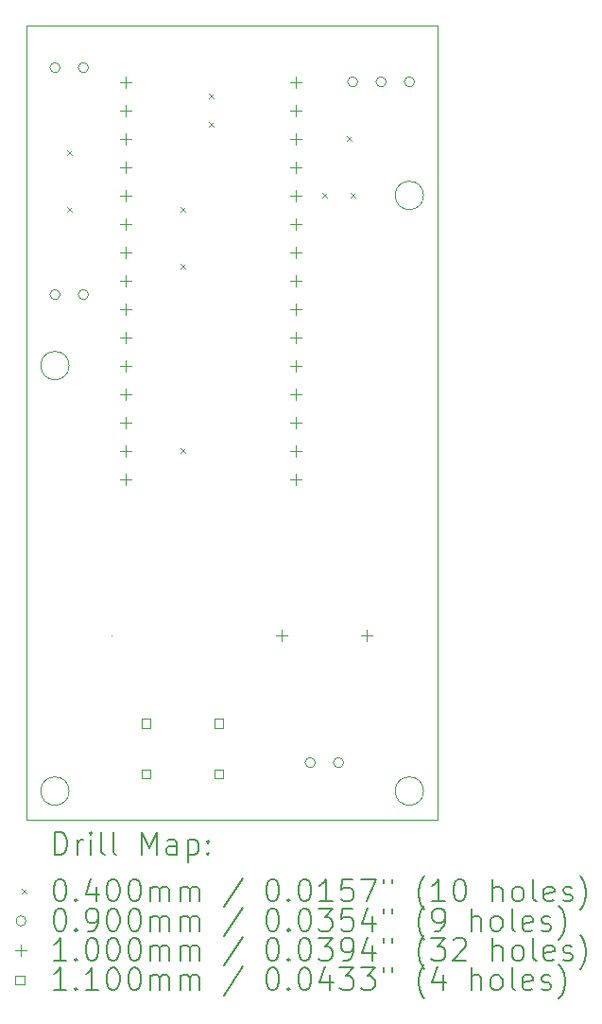
<source format=gbr>
%FSLAX45Y45*%
G04 Gerber Fmt 4.5, Leading zero omitted, Abs format (unit mm)*
G04 Created by KiCad (PCBNEW 6.0.1-79c1e3a40b~116~ubuntu20.04.1) date 2022-02-01 23:30:45*
%MOMM*%
%LPD*%
G01*
G04 APERTURE LIST*
%TA.AperFunction,Profile*%
%ADD10C,0.100000*%
%TD*%
%ADD11C,0.200000*%
%ADD12C,0.040000*%
%ADD13C,0.090000*%
%ADD14C,0.100000*%
%ADD15C,0.110000*%
G04 APERTURE END LIST*
D10*
X10287000Y-8001000D02*
X13970000Y-8001000D01*
X10668000Y-14859000D02*
G75*
G03*
X10668000Y-14859000I-127000J0D01*
G01*
X13970000Y-8001000D02*
X13970000Y-15113000D01*
X13970000Y-15113000D02*
X10287000Y-15113000D01*
X13843000Y-9525000D02*
G75*
G03*
X13843000Y-9525000I-127000J0D01*
G01*
X10287000Y-15113000D02*
X10287000Y-8001000D01*
X10668000Y-11049000D02*
G75*
G03*
X10668000Y-11049000I-127000J0D01*
G01*
X11049000Y-13462000D02*
G75*
G03*
X11049000Y-13462000I0J0D01*
G01*
X13843000Y-14859000D02*
G75*
G03*
X13843000Y-14859000I-127000J0D01*
G01*
D11*
D12*
X10648000Y-9124000D02*
X10688000Y-9164000D01*
X10688000Y-9124000D02*
X10648000Y-9164000D01*
X10648000Y-9632000D02*
X10688000Y-9672000D01*
X10688000Y-9632000D02*
X10648000Y-9672000D01*
X11664000Y-9632000D02*
X11704000Y-9672000D01*
X11704000Y-9632000D02*
X11664000Y-9672000D01*
X11664000Y-10140000D02*
X11704000Y-10180000D01*
X11704000Y-10140000D02*
X11664000Y-10180000D01*
X11664000Y-11791000D02*
X11704000Y-11831000D01*
X11704000Y-11791000D02*
X11664000Y-11831000D01*
X11918000Y-8616000D02*
X11958000Y-8656000D01*
X11958000Y-8616000D02*
X11918000Y-8656000D01*
X11918000Y-8870000D02*
X11958000Y-8910000D01*
X11958000Y-8870000D02*
X11918000Y-8910000D01*
X12934000Y-9505000D02*
X12974000Y-9545000D01*
X12974000Y-9505000D02*
X12934000Y-9545000D01*
X13156000Y-8997000D02*
X13196000Y-9037000D01*
X13196000Y-8997000D02*
X13156000Y-9037000D01*
X13188000Y-9505000D02*
X13228000Y-9545000D01*
X13228000Y-9505000D02*
X13188000Y-9545000D01*
D13*
X10586000Y-8382000D02*
G75*
G03*
X10586000Y-8382000I-45000J0D01*
G01*
X10586000Y-10414000D02*
G75*
G03*
X10586000Y-10414000I-45000J0D01*
G01*
X10840000Y-8382000D02*
G75*
G03*
X10840000Y-8382000I-45000J0D01*
G01*
X10840000Y-10414000D02*
G75*
G03*
X10840000Y-10414000I-45000J0D01*
G01*
X12872000Y-14605000D02*
G75*
G03*
X12872000Y-14605000I-45000J0D01*
G01*
X13126000Y-14605000D02*
G75*
G03*
X13126000Y-14605000I-45000J0D01*
G01*
X13253000Y-8509000D02*
G75*
G03*
X13253000Y-8509000I-45000J0D01*
G01*
X13507000Y-8509000D02*
G75*
G03*
X13507000Y-8509000I-45000J0D01*
G01*
X13761000Y-8509000D02*
G75*
G03*
X13761000Y-8509000I-45000J0D01*
G01*
D14*
X11176000Y-8459000D02*
X11176000Y-8559000D01*
X11126000Y-8509000D02*
X11226000Y-8509000D01*
X11176000Y-8713000D02*
X11176000Y-8813000D01*
X11126000Y-8763000D02*
X11226000Y-8763000D01*
X11176000Y-8967000D02*
X11176000Y-9067000D01*
X11126000Y-9017000D02*
X11226000Y-9017000D01*
X11176000Y-9221000D02*
X11176000Y-9321000D01*
X11126000Y-9271000D02*
X11226000Y-9271000D01*
X11176000Y-9475000D02*
X11176000Y-9575000D01*
X11126000Y-9525000D02*
X11226000Y-9525000D01*
X11176000Y-9729000D02*
X11176000Y-9829000D01*
X11126000Y-9779000D02*
X11226000Y-9779000D01*
X11176000Y-9983000D02*
X11176000Y-10083000D01*
X11126000Y-10033000D02*
X11226000Y-10033000D01*
X11176000Y-10237000D02*
X11176000Y-10337000D01*
X11126000Y-10287000D02*
X11226000Y-10287000D01*
X11176000Y-10491000D02*
X11176000Y-10591000D01*
X11126000Y-10541000D02*
X11226000Y-10541000D01*
X11176000Y-10745000D02*
X11176000Y-10845000D01*
X11126000Y-10795000D02*
X11226000Y-10795000D01*
X11176000Y-10999000D02*
X11176000Y-11099000D01*
X11126000Y-11049000D02*
X11226000Y-11049000D01*
X11176000Y-11253000D02*
X11176000Y-11353000D01*
X11126000Y-11303000D02*
X11226000Y-11303000D01*
X11176000Y-11507000D02*
X11176000Y-11607000D01*
X11126000Y-11557000D02*
X11226000Y-11557000D01*
X11176000Y-11761000D02*
X11176000Y-11861000D01*
X11126000Y-11811000D02*
X11226000Y-11811000D01*
X11176000Y-12015000D02*
X11176000Y-12115000D01*
X11126000Y-12065000D02*
X11226000Y-12065000D01*
X12574000Y-13412000D02*
X12574000Y-13512000D01*
X12524000Y-13462000D02*
X12624000Y-13462000D01*
X12700000Y-8459000D02*
X12700000Y-8559000D01*
X12650000Y-8509000D02*
X12750000Y-8509000D01*
X12700000Y-8713000D02*
X12700000Y-8813000D01*
X12650000Y-8763000D02*
X12750000Y-8763000D01*
X12700000Y-8967000D02*
X12700000Y-9067000D01*
X12650000Y-9017000D02*
X12750000Y-9017000D01*
X12700000Y-9221000D02*
X12700000Y-9321000D01*
X12650000Y-9271000D02*
X12750000Y-9271000D01*
X12700000Y-9475000D02*
X12700000Y-9575000D01*
X12650000Y-9525000D02*
X12750000Y-9525000D01*
X12700000Y-9729000D02*
X12700000Y-9829000D01*
X12650000Y-9779000D02*
X12750000Y-9779000D01*
X12700000Y-9983000D02*
X12700000Y-10083000D01*
X12650000Y-10033000D02*
X12750000Y-10033000D01*
X12700000Y-10237000D02*
X12700000Y-10337000D01*
X12650000Y-10287000D02*
X12750000Y-10287000D01*
X12700000Y-10491000D02*
X12700000Y-10591000D01*
X12650000Y-10541000D02*
X12750000Y-10541000D01*
X12700000Y-10745000D02*
X12700000Y-10845000D01*
X12650000Y-10795000D02*
X12750000Y-10795000D01*
X12700000Y-10999000D02*
X12700000Y-11099000D01*
X12650000Y-11049000D02*
X12750000Y-11049000D01*
X12700000Y-11253000D02*
X12700000Y-11353000D01*
X12650000Y-11303000D02*
X12750000Y-11303000D01*
X12700000Y-11507000D02*
X12700000Y-11607000D01*
X12650000Y-11557000D02*
X12750000Y-11557000D01*
X12700000Y-11761000D02*
X12700000Y-11861000D01*
X12650000Y-11811000D02*
X12750000Y-11811000D01*
X12700000Y-12015000D02*
X12700000Y-12115000D01*
X12650000Y-12065000D02*
X12750000Y-12065000D01*
X13334000Y-13412000D02*
X13334000Y-13512000D01*
X13284000Y-13462000D02*
X13384000Y-13462000D01*
D15*
X11397891Y-14291891D02*
X11397891Y-14214109D01*
X11320109Y-14214109D01*
X11320109Y-14291891D01*
X11397891Y-14291891D01*
X11397891Y-14741891D02*
X11397891Y-14664109D01*
X11320109Y-14664109D01*
X11320109Y-14741891D01*
X11397891Y-14741891D01*
X12047891Y-14291891D02*
X12047891Y-14214109D01*
X11970109Y-14214109D01*
X11970109Y-14291891D01*
X12047891Y-14291891D01*
X12047891Y-14741891D02*
X12047891Y-14664109D01*
X11970109Y-14664109D01*
X11970109Y-14741891D01*
X12047891Y-14741891D01*
D11*
X10539619Y-15428476D02*
X10539619Y-15228476D01*
X10587238Y-15228476D01*
X10615810Y-15238000D01*
X10634857Y-15257048D01*
X10644381Y-15276095D01*
X10653905Y-15314190D01*
X10653905Y-15342762D01*
X10644381Y-15380857D01*
X10634857Y-15399905D01*
X10615810Y-15418952D01*
X10587238Y-15428476D01*
X10539619Y-15428476D01*
X10739619Y-15428476D02*
X10739619Y-15295143D01*
X10739619Y-15333238D02*
X10749143Y-15314190D01*
X10758667Y-15304667D01*
X10777714Y-15295143D01*
X10796762Y-15295143D01*
X10863429Y-15428476D02*
X10863429Y-15295143D01*
X10863429Y-15228476D02*
X10853905Y-15238000D01*
X10863429Y-15247524D01*
X10872952Y-15238000D01*
X10863429Y-15228476D01*
X10863429Y-15247524D01*
X10987238Y-15428476D02*
X10968190Y-15418952D01*
X10958667Y-15399905D01*
X10958667Y-15228476D01*
X11092000Y-15428476D02*
X11072952Y-15418952D01*
X11063429Y-15399905D01*
X11063429Y-15228476D01*
X11320571Y-15428476D02*
X11320571Y-15228476D01*
X11387238Y-15371333D01*
X11453905Y-15228476D01*
X11453905Y-15428476D01*
X11634857Y-15428476D02*
X11634857Y-15323714D01*
X11625333Y-15304667D01*
X11606286Y-15295143D01*
X11568190Y-15295143D01*
X11549143Y-15304667D01*
X11634857Y-15418952D02*
X11615809Y-15428476D01*
X11568190Y-15428476D01*
X11549143Y-15418952D01*
X11539619Y-15399905D01*
X11539619Y-15380857D01*
X11549143Y-15361809D01*
X11568190Y-15352286D01*
X11615809Y-15352286D01*
X11634857Y-15342762D01*
X11730095Y-15295143D02*
X11730095Y-15495143D01*
X11730095Y-15304667D02*
X11749143Y-15295143D01*
X11787238Y-15295143D01*
X11806286Y-15304667D01*
X11815809Y-15314190D01*
X11825333Y-15333238D01*
X11825333Y-15390381D01*
X11815809Y-15409428D01*
X11806286Y-15418952D01*
X11787238Y-15428476D01*
X11749143Y-15428476D01*
X11730095Y-15418952D01*
X11911048Y-15409428D02*
X11920571Y-15418952D01*
X11911048Y-15428476D01*
X11901524Y-15418952D01*
X11911048Y-15409428D01*
X11911048Y-15428476D01*
X11911048Y-15304667D02*
X11920571Y-15314190D01*
X11911048Y-15323714D01*
X11901524Y-15314190D01*
X11911048Y-15304667D01*
X11911048Y-15323714D01*
D12*
X10242000Y-15738000D02*
X10282000Y-15778000D01*
X10282000Y-15738000D02*
X10242000Y-15778000D01*
D11*
X10577714Y-15648476D02*
X10596762Y-15648476D01*
X10615810Y-15658000D01*
X10625333Y-15667524D01*
X10634857Y-15686571D01*
X10644381Y-15724667D01*
X10644381Y-15772286D01*
X10634857Y-15810381D01*
X10625333Y-15829428D01*
X10615810Y-15838952D01*
X10596762Y-15848476D01*
X10577714Y-15848476D01*
X10558667Y-15838952D01*
X10549143Y-15829428D01*
X10539619Y-15810381D01*
X10530095Y-15772286D01*
X10530095Y-15724667D01*
X10539619Y-15686571D01*
X10549143Y-15667524D01*
X10558667Y-15658000D01*
X10577714Y-15648476D01*
X10730095Y-15829428D02*
X10739619Y-15838952D01*
X10730095Y-15848476D01*
X10720571Y-15838952D01*
X10730095Y-15829428D01*
X10730095Y-15848476D01*
X10911048Y-15715143D02*
X10911048Y-15848476D01*
X10863429Y-15638952D02*
X10815810Y-15781809D01*
X10939619Y-15781809D01*
X11053905Y-15648476D02*
X11072952Y-15648476D01*
X11092000Y-15658000D01*
X11101524Y-15667524D01*
X11111048Y-15686571D01*
X11120571Y-15724667D01*
X11120571Y-15772286D01*
X11111048Y-15810381D01*
X11101524Y-15829428D01*
X11092000Y-15838952D01*
X11072952Y-15848476D01*
X11053905Y-15848476D01*
X11034857Y-15838952D01*
X11025333Y-15829428D01*
X11015810Y-15810381D01*
X11006286Y-15772286D01*
X11006286Y-15724667D01*
X11015810Y-15686571D01*
X11025333Y-15667524D01*
X11034857Y-15658000D01*
X11053905Y-15648476D01*
X11244381Y-15648476D02*
X11263428Y-15648476D01*
X11282476Y-15658000D01*
X11292000Y-15667524D01*
X11301524Y-15686571D01*
X11311048Y-15724667D01*
X11311048Y-15772286D01*
X11301524Y-15810381D01*
X11292000Y-15829428D01*
X11282476Y-15838952D01*
X11263428Y-15848476D01*
X11244381Y-15848476D01*
X11225333Y-15838952D01*
X11215809Y-15829428D01*
X11206286Y-15810381D01*
X11196762Y-15772286D01*
X11196762Y-15724667D01*
X11206286Y-15686571D01*
X11215809Y-15667524D01*
X11225333Y-15658000D01*
X11244381Y-15648476D01*
X11396762Y-15848476D02*
X11396762Y-15715143D01*
X11396762Y-15734190D02*
X11406286Y-15724667D01*
X11425333Y-15715143D01*
X11453905Y-15715143D01*
X11472952Y-15724667D01*
X11482476Y-15743714D01*
X11482476Y-15848476D01*
X11482476Y-15743714D02*
X11492000Y-15724667D01*
X11511048Y-15715143D01*
X11539619Y-15715143D01*
X11558667Y-15724667D01*
X11568190Y-15743714D01*
X11568190Y-15848476D01*
X11663428Y-15848476D02*
X11663428Y-15715143D01*
X11663428Y-15734190D02*
X11672952Y-15724667D01*
X11692000Y-15715143D01*
X11720571Y-15715143D01*
X11739619Y-15724667D01*
X11749143Y-15743714D01*
X11749143Y-15848476D01*
X11749143Y-15743714D02*
X11758667Y-15724667D01*
X11777714Y-15715143D01*
X11806286Y-15715143D01*
X11825333Y-15724667D01*
X11834857Y-15743714D01*
X11834857Y-15848476D01*
X12225333Y-15638952D02*
X12053905Y-15896095D01*
X12482476Y-15648476D02*
X12501524Y-15648476D01*
X12520571Y-15658000D01*
X12530095Y-15667524D01*
X12539619Y-15686571D01*
X12549143Y-15724667D01*
X12549143Y-15772286D01*
X12539619Y-15810381D01*
X12530095Y-15829428D01*
X12520571Y-15838952D01*
X12501524Y-15848476D01*
X12482476Y-15848476D01*
X12463428Y-15838952D01*
X12453905Y-15829428D01*
X12444381Y-15810381D01*
X12434857Y-15772286D01*
X12434857Y-15724667D01*
X12444381Y-15686571D01*
X12453905Y-15667524D01*
X12463428Y-15658000D01*
X12482476Y-15648476D01*
X12634857Y-15829428D02*
X12644381Y-15838952D01*
X12634857Y-15848476D01*
X12625333Y-15838952D01*
X12634857Y-15829428D01*
X12634857Y-15848476D01*
X12768190Y-15648476D02*
X12787238Y-15648476D01*
X12806286Y-15658000D01*
X12815809Y-15667524D01*
X12825333Y-15686571D01*
X12834857Y-15724667D01*
X12834857Y-15772286D01*
X12825333Y-15810381D01*
X12815809Y-15829428D01*
X12806286Y-15838952D01*
X12787238Y-15848476D01*
X12768190Y-15848476D01*
X12749143Y-15838952D01*
X12739619Y-15829428D01*
X12730095Y-15810381D01*
X12720571Y-15772286D01*
X12720571Y-15724667D01*
X12730095Y-15686571D01*
X12739619Y-15667524D01*
X12749143Y-15658000D01*
X12768190Y-15648476D01*
X13025333Y-15848476D02*
X12911048Y-15848476D01*
X12968190Y-15848476D02*
X12968190Y-15648476D01*
X12949143Y-15677048D01*
X12930095Y-15696095D01*
X12911048Y-15705619D01*
X13206286Y-15648476D02*
X13111048Y-15648476D01*
X13101524Y-15743714D01*
X13111048Y-15734190D01*
X13130095Y-15724667D01*
X13177714Y-15724667D01*
X13196762Y-15734190D01*
X13206286Y-15743714D01*
X13215809Y-15762762D01*
X13215809Y-15810381D01*
X13206286Y-15829428D01*
X13196762Y-15838952D01*
X13177714Y-15848476D01*
X13130095Y-15848476D01*
X13111048Y-15838952D01*
X13101524Y-15829428D01*
X13282476Y-15648476D02*
X13415809Y-15648476D01*
X13330095Y-15848476D01*
X13482476Y-15648476D02*
X13482476Y-15686571D01*
X13558667Y-15648476D02*
X13558667Y-15686571D01*
X13853905Y-15924667D02*
X13844381Y-15915143D01*
X13825333Y-15886571D01*
X13815809Y-15867524D01*
X13806286Y-15838952D01*
X13796762Y-15791333D01*
X13796762Y-15753238D01*
X13806286Y-15705619D01*
X13815809Y-15677048D01*
X13825333Y-15658000D01*
X13844381Y-15629428D01*
X13853905Y-15619905D01*
X14034857Y-15848476D02*
X13920571Y-15848476D01*
X13977714Y-15848476D02*
X13977714Y-15648476D01*
X13958667Y-15677048D01*
X13939619Y-15696095D01*
X13920571Y-15705619D01*
X14158667Y-15648476D02*
X14177714Y-15648476D01*
X14196762Y-15658000D01*
X14206286Y-15667524D01*
X14215809Y-15686571D01*
X14225333Y-15724667D01*
X14225333Y-15772286D01*
X14215809Y-15810381D01*
X14206286Y-15829428D01*
X14196762Y-15838952D01*
X14177714Y-15848476D01*
X14158667Y-15848476D01*
X14139619Y-15838952D01*
X14130095Y-15829428D01*
X14120571Y-15810381D01*
X14111048Y-15772286D01*
X14111048Y-15724667D01*
X14120571Y-15686571D01*
X14130095Y-15667524D01*
X14139619Y-15658000D01*
X14158667Y-15648476D01*
X14463428Y-15848476D02*
X14463428Y-15648476D01*
X14549143Y-15848476D02*
X14549143Y-15743714D01*
X14539619Y-15724667D01*
X14520571Y-15715143D01*
X14492000Y-15715143D01*
X14472952Y-15724667D01*
X14463428Y-15734190D01*
X14672952Y-15848476D02*
X14653905Y-15838952D01*
X14644381Y-15829428D01*
X14634857Y-15810381D01*
X14634857Y-15753238D01*
X14644381Y-15734190D01*
X14653905Y-15724667D01*
X14672952Y-15715143D01*
X14701524Y-15715143D01*
X14720571Y-15724667D01*
X14730095Y-15734190D01*
X14739619Y-15753238D01*
X14739619Y-15810381D01*
X14730095Y-15829428D01*
X14720571Y-15838952D01*
X14701524Y-15848476D01*
X14672952Y-15848476D01*
X14853905Y-15848476D02*
X14834857Y-15838952D01*
X14825333Y-15819905D01*
X14825333Y-15648476D01*
X15006286Y-15838952D02*
X14987238Y-15848476D01*
X14949143Y-15848476D01*
X14930095Y-15838952D01*
X14920571Y-15819905D01*
X14920571Y-15743714D01*
X14930095Y-15724667D01*
X14949143Y-15715143D01*
X14987238Y-15715143D01*
X15006286Y-15724667D01*
X15015809Y-15743714D01*
X15015809Y-15762762D01*
X14920571Y-15781809D01*
X15092000Y-15838952D02*
X15111048Y-15848476D01*
X15149143Y-15848476D01*
X15168190Y-15838952D01*
X15177714Y-15819905D01*
X15177714Y-15810381D01*
X15168190Y-15791333D01*
X15149143Y-15781809D01*
X15120571Y-15781809D01*
X15101524Y-15772286D01*
X15092000Y-15753238D01*
X15092000Y-15743714D01*
X15101524Y-15724667D01*
X15120571Y-15715143D01*
X15149143Y-15715143D01*
X15168190Y-15724667D01*
X15244381Y-15924667D02*
X15253905Y-15915143D01*
X15272952Y-15886571D01*
X15282476Y-15867524D01*
X15292000Y-15838952D01*
X15301524Y-15791333D01*
X15301524Y-15753238D01*
X15292000Y-15705619D01*
X15282476Y-15677048D01*
X15272952Y-15658000D01*
X15253905Y-15629428D01*
X15244381Y-15619905D01*
D13*
X10282000Y-16022000D02*
G75*
G03*
X10282000Y-16022000I-45000J0D01*
G01*
D11*
X10577714Y-15912476D02*
X10596762Y-15912476D01*
X10615810Y-15922000D01*
X10625333Y-15931524D01*
X10634857Y-15950571D01*
X10644381Y-15988667D01*
X10644381Y-16036286D01*
X10634857Y-16074381D01*
X10625333Y-16093428D01*
X10615810Y-16102952D01*
X10596762Y-16112476D01*
X10577714Y-16112476D01*
X10558667Y-16102952D01*
X10549143Y-16093428D01*
X10539619Y-16074381D01*
X10530095Y-16036286D01*
X10530095Y-15988667D01*
X10539619Y-15950571D01*
X10549143Y-15931524D01*
X10558667Y-15922000D01*
X10577714Y-15912476D01*
X10730095Y-16093428D02*
X10739619Y-16102952D01*
X10730095Y-16112476D01*
X10720571Y-16102952D01*
X10730095Y-16093428D01*
X10730095Y-16112476D01*
X10834857Y-16112476D02*
X10872952Y-16112476D01*
X10892000Y-16102952D01*
X10901524Y-16093428D01*
X10920571Y-16064857D01*
X10930095Y-16026762D01*
X10930095Y-15950571D01*
X10920571Y-15931524D01*
X10911048Y-15922000D01*
X10892000Y-15912476D01*
X10853905Y-15912476D01*
X10834857Y-15922000D01*
X10825333Y-15931524D01*
X10815810Y-15950571D01*
X10815810Y-15998190D01*
X10825333Y-16017238D01*
X10834857Y-16026762D01*
X10853905Y-16036286D01*
X10892000Y-16036286D01*
X10911048Y-16026762D01*
X10920571Y-16017238D01*
X10930095Y-15998190D01*
X11053905Y-15912476D02*
X11072952Y-15912476D01*
X11092000Y-15922000D01*
X11101524Y-15931524D01*
X11111048Y-15950571D01*
X11120571Y-15988667D01*
X11120571Y-16036286D01*
X11111048Y-16074381D01*
X11101524Y-16093428D01*
X11092000Y-16102952D01*
X11072952Y-16112476D01*
X11053905Y-16112476D01*
X11034857Y-16102952D01*
X11025333Y-16093428D01*
X11015810Y-16074381D01*
X11006286Y-16036286D01*
X11006286Y-15988667D01*
X11015810Y-15950571D01*
X11025333Y-15931524D01*
X11034857Y-15922000D01*
X11053905Y-15912476D01*
X11244381Y-15912476D02*
X11263428Y-15912476D01*
X11282476Y-15922000D01*
X11292000Y-15931524D01*
X11301524Y-15950571D01*
X11311048Y-15988667D01*
X11311048Y-16036286D01*
X11301524Y-16074381D01*
X11292000Y-16093428D01*
X11282476Y-16102952D01*
X11263428Y-16112476D01*
X11244381Y-16112476D01*
X11225333Y-16102952D01*
X11215809Y-16093428D01*
X11206286Y-16074381D01*
X11196762Y-16036286D01*
X11196762Y-15988667D01*
X11206286Y-15950571D01*
X11215809Y-15931524D01*
X11225333Y-15922000D01*
X11244381Y-15912476D01*
X11396762Y-16112476D02*
X11396762Y-15979143D01*
X11396762Y-15998190D02*
X11406286Y-15988667D01*
X11425333Y-15979143D01*
X11453905Y-15979143D01*
X11472952Y-15988667D01*
X11482476Y-16007714D01*
X11482476Y-16112476D01*
X11482476Y-16007714D02*
X11492000Y-15988667D01*
X11511048Y-15979143D01*
X11539619Y-15979143D01*
X11558667Y-15988667D01*
X11568190Y-16007714D01*
X11568190Y-16112476D01*
X11663428Y-16112476D02*
X11663428Y-15979143D01*
X11663428Y-15998190D02*
X11672952Y-15988667D01*
X11692000Y-15979143D01*
X11720571Y-15979143D01*
X11739619Y-15988667D01*
X11749143Y-16007714D01*
X11749143Y-16112476D01*
X11749143Y-16007714D02*
X11758667Y-15988667D01*
X11777714Y-15979143D01*
X11806286Y-15979143D01*
X11825333Y-15988667D01*
X11834857Y-16007714D01*
X11834857Y-16112476D01*
X12225333Y-15902952D02*
X12053905Y-16160095D01*
X12482476Y-15912476D02*
X12501524Y-15912476D01*
X12520571Y-15922000D01*
X12530095Y-15931524D01*
X12539619Y-15950571D01*
X12549143Y-15988667D01*
X12549143Y-16036286D01*
X12539619Y-16074381D01*
X12530095Y-16093428D01*
X12520571Y-16102952D01*
X12501524Y-16112476D01*
X12482476Y-16112476D01*
X12463428Y-16102952D01*
X12453905Y-16093428D01*
X12444381Y-16074381D01*
X12434857Y-16036286D01*
X12434857Y-15988667D01*
X12444381Y-15950571D01*
X12453905Y-15931524D01*
X12463428Y-15922000D01*
X12482476Y-15912476D01*
X12634857Y-16093428D02*
X12644381Y-16102952D01*
X12634857Y-16112476D01*
X12625333Y-16102952D01*
X12634857Y-16093428D01*
X12634857Y-16112476D01*
X12768190Y-15912476D02*
X12787238Y-15912476D01*
X12806286Y-15922000D01*
X12815809Y-15931524D01*
X12825333Y-15950571D01*
X12834857Y-15988667D01*
X12834857Y-16036286D01*
X12825333Y-16074381D01*
X12815809Y-16093428D01*
X12806286Y-16102952D01*
X12787238Y-16112476D01*
X12768190Y-16112476D01*
X12749143Y-16102952D01*
X12739619Y-16093428D01*
X12730095Y-16074381D01*
X12720571Y-16036286D01*
X12720571Y-15988667D01*
X12730095Y-15950571D01*
X12739619Y-15931524D01*
X12749143Y-15922000D01*
X12768190Y-15912476D01*
X12901524Y-15912476D02*
X13025333Y-15912476D01*
X12958667Y-15988667D01*
X12987238Y-15988667D01*
X13006286Y-15998190D01*
X13015809Y-16007714D01*
X13025333Y-16026762D01*
X13025333Y-16074381D01*
X13015809Y-16093428D01*
X13006286Y-16102952D01*
X12987238Y-16112476D01*
X12930095Y-16112476D01*
X12911048Y-16102952D01*
X12901524Y-16093428D01*
X13206286Y-15912476D02*
X13111048Y-15912476D01*
X13101524Y-16007714D01*
X13111048Y-15998190D01*
X13130095Y-15988667D01*
X13177714Y-15988667D01*
X13196762Y-15998190D01*
X13206286Y-16007714D01*
X13215809Y-16026762D01*
X13215809Y-16074381D01*
X13206286Y-16093428D01*
X13196762Y-16102952D01*
X13177714Y-16112476D01*
X13130095Y-16112476D01*
X13111048Y-16102952D01*
X13101524Y-16093428D01*
X13387238Y-15979143D02*
X13387238Y-16112476D01*
X13339619Y-15902952D02*
X13292000Y-16045809D01*
X13415809Y-16045809D01*
X13482476Y-15912476D02*
X13482476Y-15950571D01*
X13558667Y-15912476D02*
X13558667Y-15950571D01*
X13853905Y-16188667D02*
X13844381Y-16179143D01*
X13825333Y-16150571D01*
X13815809Y-16131524D01*
X13806286Y-16102952D01*
X13796762Y-16055333D01*
X13796762Y-16017238D01*
X13806286Y-15969619D01*
X13815809Y-15941048D01*
X13825333Y-15922000D01*
X13844381Y-15893428D01*
X13853905Y-15883905D01*
X13939619Y-16112476D02*
X13977714Y-16112476D01*
X13996762Y-16102952D01*
X14006286Y-16093428D01*
X14025333Y-16064857D01*
X14034857Y-16026762D01*
X14034857Y-15950571D01*
X14025333Y-15931524D01*
X14015809Y-15922000D01*
X13996762Y-15912476D01*
X13958667Y-15912476D01*
X13939619Y-15922000D01*
X13930095Y-15931524D01*
X13920571Y-15950571D01*
X13920571Y-15998190D01*
X13930095Y-16017238D01*
X13939619Y-16026762D01*
X13958667Y-16036286D01*
X13996762Y-16036286D01*
X14015809Y-16026762D01*
X14025333Y-16017238D01*
X14034857Y-15998190D01*
X14272952Y-16112476D02*
X14272952Y-15912476D01*
X14358667Y-16112476D02*
X14358667Y-16007714D01*
X14349143Y-15988667D01*
X14330095Y-15979143D01*
X14301524Y-15979143D01*
X14282476Y-15988667D01*
X14272952Y-15998190D01*
X14482476Y-16112476D02*
X14463428Y-16102952D01*
X14453905Y-16093428D01*
X14444381Y-16074381D01*
X14444381Y-16017238D01*
X14453905Y-15998190D01*
X14463428Y-15988667D01*
X14482476Y-15979143D01*
X14511048Y-15979143D01*
X14530095Y-15988667D01*
X14539619Y-15998190D01*
X14549143Y-16017238D01*
X14549143Y-16074381D01*
X14539619Y-16093428D01*
X14530095Y-16102952D01*
X14511048Y-16112476D01*
X14482476Y-16112476D01*
X14663428Y-16112476D02*
X14644381Y-16102952D01*
X14634857Y-16083905D01*
X14634857Y-15912476D01*
X14815809Y-16102952D02*
X14796762Y-16112476D01*
X14758667Y-16112476D01*
X14739619Y-16102952D01*
X14730095Y-16083905D01*
X14730095Y-16007714D01*
X14739619Y-15988667D01*
X14758667Y-15979143D01*
X14796762Y-15979143D01*
X14815809Y-15988667D01*
X14825333Y-16007714D01*
X14825333Y-16026762D01*
X14730095Y-16045809D01*
X14901524Y-16102952D02*
X14920571Y-16112476D01*
X14958667Y-16112476D01*
X14977714Y-16102952D01*
X14987238Y-16083905D01*
X14987238Y-16074381D01*
X14977714Y-16055333D01*
X14958667Y-16045809D01*
X14930095Y-16045809D01*
X14911048Y-16036286D01*
X14901524Y-16017238D01*
X14901524Y-16007714D01*
X14911048Y-15988667D01*
X14930095Y-15979143D01*
X14958667Y-15979143D01*
X14977714Y-15988667D01*
X15053905Y-16188667D02*
X15063428Y-16179143D01*
X15082476Y-16150571D01*
X15092000Y-16131524D01*
X15101524Y-16102952D01*
X15111048Y-16055333D01*
X15111048Y-16017238D01*
X15101524Y-15969619D01*
X15092000Y-15941048D01*
X15082476Y-15922000D01*
X15063428Y-15893428D01*
X15053905Y-15883905D01*
D14*
X10232000Y-16236000D02*
X10232000Y-16336000D01*
X10182000Y-16286000D02*
X10282000Y-16286000D01*
D11*
X10644381Y-16376476D02*
X10530095Y-16376476D01*
X10587238Y-16376476D02*
X10587238Y-16176476D01*
X10568190Y-16205048D01*
X10549143Y-16224095D01*
X10530095Y-16233619D01*
X10730095Y-16357428D02*
X10739619Y-16366952D01*
X10730095Y-16376476D01*
X10720571Y-16366952D01*
X10730095Y-16357428D01*
X10730095Y-16376476D01*
X10863429Y-16176476D02*
X10882476Y-16176476D01*
X10901524Y-16186000D01*
X10911048Y-16195524D01*
X10920571Y-16214571D01*
X10930095Y-16252667D01*
X10930095Y-16300286D01*
X10920571Y-16338381D01*
X10911048Y-16357428D01*
X10901524Y-16366952D01*
X10882476Y-16376476D01*
X10863429Y-16376476D01*
X10844381Y-16366952D01*
X10834857Y-16357428D01*
X10825333Y-16338381D01*
X10815810Y-16300286D01*
X10815810Y-16252667D01*
X10825333Y-16214571D01*
X10834857Y-16195524D01*
X10844381Y-16186000D01*
X10863429Y-16176476D01*
X11053905Y-16176476D02*
X11072952Y-16176476D01*
X11092000Y-16186000D01*
X11101524Y-16195524D01*
X11111048Y-16214571D01*
X11120571Y-16252667D01*
X11120571Y-16300286D01*
X11111048Y-16338381D01*
X11101524Y-16357428D01*
X11092000Y-16366952D01*
X11072952Y-16376476D01*
X11053905Y-16376476D01*
X11034857Y-16366952D01*
X11025333Y-16357428D01*
X11015810Y-16338381D01*
X11006286Y-16300286D01*
X11006286Y-16252667D01*
X11015810Y-16214571D01*
X11025333Y-16195524D01*
X11034857Y-16186000D01*
X11053905Y-16176476D01*
X11244381Y-16176476D02*
X11263428Y-16176476D01*
X11282476Y-16186000D01*
X11292000Y-16195524D01*
X11301524Y-16214571D01*
X11311048Y-16252667D01*
X11311048Y-16300286D01*
X11301524Y-16338381D01*
X11292000Y-16357428D01*
X11282476Y-16366952D01*
X11263428Y-16376476D01*
X11244381Y-16376476D01*
X11225333Y-16366952D01*
X11215809Y-16357428D01*
X11206286Y-16338381D01*
X11196762Y-16300286D01*
X11196762Y-16252667D01*
X11206286Y-16214571D01*
X11215809Y-16195524D01*
X11225333Y-16186000D01*
X11244381Y-16176476D01*
X11396762Y-16376476D02*
X11396762Y-16243143D01*
X11396762Y-16262190D02*
X11406286Y-16252667D01*
X11425333Y-16243143D01*
X11453905Y-16243143D01*
X11472952Y-16252667D01*
X11482476Y-16271714D01*
X11482476Y-16376476D01*
X11482476Y-16271714D02*
X11492000Y-16252667D01*
X11511048Y-16243143D01*
X11539619Y-16243143D01*
X11558667Y-16252667D01*
X11568190Y-16271714D01*
X11568190Y-16376476D01*
X11663428Y-16376476D02*
X11663428Y-16243143D01*
X11663428Y-16262190D02*
X11672952Y-16252667D01*
X11692000Y-16243143D01*
X11720571Y-16243143D01*
X11739619Y-16252667D01*
X11749143Y-16271714D01*
X11749143Y-16376476D01*
X11749143Y-16271714D02*
X11758667Y-16252667D01*
X11777714Y-16243143D01*
X11806286Y-16243143D01*
X11825333Y-16252667D01*
X11834857Y-16271714D01*
X11834857Y-16376476D01*
X12225333Y-16166952D02*
X12053905Y-16424095D01*
X12482476Y-16176476D02*
X12501524Y-16176476D01*
X12520571Y-16186000D01*
X12530095Y-16195524D01*
X12539619Y-16214571D01*
X12549143Y-16252667D01*
X12549143Y-16300286D01*
X12539619Y-16338381D01*
X12530095Y-16357428D01*
X12520571Y-16366952D01*
X12501524Y-16376476D01*
X12482476Y-16376476D01*
X12463428Y-16366952D01*
X12453905Y-16357428D01*
X12444381Y-16338381D01*
X12434857Y-16300286D01*
X12434857Y-16252667D01*
X12444381Y-16214571D01*
X12453905Y-16195524D01*
X12463428Y-16186000D01*
X12482476Y-16176476D01*
X12634857Y-16357428D02*
X12644381Y-16366952D01*
X12634857Y-16376476D01*
X12625333Y-16366952D01*
X12634857Y-16357428D01*
X12634857Y-16376476D01*
X12768190Y-16176476D02*
X12787238Y-16176476D01*
X12806286Y-16186000D01*
X12815809Y-16195524D01*
X12825333Y-16214571D01*
X12834857Y-16252667D01*
X12834857Y-16300286D01*
X12825333Y-16338381D01*
X12815809Y-16357428D01*
X12806286Y-16366952D01*
X12787238Y-16376476D01*
X12768190Y-16376476D01*
X12749143Y-16366952D01*
X12739619Y-16357428D01*
X12730095Y-16338381D01*
X12720571Y-16300286D01*
X12720571Y-16252667D01*
X12730095Y-16214571D01*
X12739619Y-16195524D01*
X12749143Y-16186000D01*
X12768190Y-16176476D01*
X12901524Y-16176476D02*
X13025333Y-16176476D01*
X12958667Y-16252667D01*
X12987238Y-16252667D01*
X13006286Y-16262190D01*
X13015809Y-16271714D01*
X13025333Y-16290762D01*
X13025333Y-16338381D01*
X13015809Y-16357428D01*
X13006286Y-16366952D01*
X12987238Y-16376476D01*
X12930095Y-16376476D01*
X12911048Y-16366952D01*
X12901524Y-16357428D01*
X13120571Y-16376476D02*
X13158667Y-16376476D01*
X13177714Y-16366952D01*
X13187238Y-16357428D01*
X13206286Y-16328857D01*
X13215809Y-16290762D01*
X13215809Y-16214571D01*
X13206286Y-16195524D01*
X13196762Y-16186000D01*
X13177714Y-16176476D01*
X13139619Y-16176476D01*
X13120571Y-16186000D01*
X13111048Y-16195524D01*
X13101524Y-16214571D01*
X13101524Y-16262190D01*
X13111048Y-16281238D01*
X13120571Y-16290762D01*
X13139619Y-16300286D01*
X13177714Y-16300286D01*
X13196762Y-16290762D01*
X13206286Y-16281238D01*
X13215809Y-16262190D01*
X13387238Y-16243143D02*
X13387238Y-16376476D01*
X13339619Y-16166952D02*
X13292000Y-16309809D01*
X13415809Y-16309809D01*
X13482476Y-16176476D02*
X13482476Y-16214571D01*
X13558667Y-16176476D02*
X13558667Y-16214571D01*
X13853905Y-16452667D02*
X13844381Y-16443143D01*
X13825333Y-16414571D01*
X13815809Y-16395524D01*
X13806286Y-16366952D01*
X13796762Y-16319333D01*
X13796762Y-16281238D01*
X13806286Y-16233619D01*
X13815809Y-16205048D01*
X13825333Y-16186000D01*
X13844381Y-16157428D01*
X13853905Y-16147905D01*
X13911048Y-16176476D02*
X14034857Y-16176476D01*
X13968190Y-16252667D01*
X13996762Y-16252667D01*
X14015809Y-16262190D01*
X14025333Y-16271714D01*
X14034857Y-16290762D01*
X14034857Y-16338381D01*
X14025333Y-16357428D01*
X14015809Y-16366952D01*
X13996762Y-16376476D01*
X13939619Y-16376476D01*
X13920571Y-16366952D01*
X13911048Y-16357428D01*
X14111048Y-16195524D02*
X14120571Y-16186000D01*
X14139619Y-16176476D01*
X14187238Y-16176476D01*
X14206286Y-16186000D01*
X14215809Y-16195524D01*
X14225333Y-16214571D01*
X14225333Y-16233619D01*
X14215809Y-16262190D01*
X14101524Y-16376476D01*
X14225333Y-16376476D01*
X14463428Y-16376476D02*
X14463428Y-16176476D01*
X14549143Y-16376476D02*
X14549143Y-16271714D01*
X14539619Y-16252667D01*
X14520571Y-16243143D01*
X14492000Y-16243143D01*
X14472952Y-16252667D01*
X14463428Y-16262190D01*
X14672952Y-16376476D02*
X14653905Y-16366952D01*
X14644381Y-16357428D01*
X14634857Y-16338381D01*
X14634857Y-16281238D01*
X14644381Y-16262190D01*
X14653905Y-16252667D01*
X14672952Y-16243143D01*
X14701524Y-16243143D01*
X14720571Y-16252667D01*
X14730095Y-16262190D01*
X14739619Y-16281238D01*
X14739619Y-16338381D01*
X14730095Y-16357428D01*
X14720571Y-16366952D01*
X14701524Y-16376476D01*
X14672952Y-16376476D01*
X14853905Y-16376476D02*
X14834857Y-16366952D01*
X14825333Y-16347905D01*
X14825333Y-16176476D01*
X15006286Y-16366952D02*
X14987238Y-16376476D01*
X14949143Y-16376476D01*
X14930095Y-16366952D01*
X14920571Y-16347905D01*
X14920571Y-16271714D01*
X14930095Y-16252667D01*
X14949143Y-16243143D01*
X14987238Y-16243143D01*
X15006286Y-16252667D01*
X15015809Y-16271714D01*
X15015809Y-16290762D01*
X14920571Y-16309809D01*
X15092000Y-16366952D02*
X15111048Y-16376476D01*
X15149143Y-16376476D01*
X15168190Y-16366952D01*
X15177714Y-16347905D01*
X15177714Y-16338381D01*
X15168190Y-16319333D01*
X15149143Y-16309809D01*
X15120571Y-16309809D01*
X15101524Y-16300286D01*
X15092000Y-16281238D01*
X15092000Y-16271714D01*
X15101524Y-16252667D01*
X15120571Y-16243143D01*
X15149143Y-16243143D01*
X15168190Y-16252667D01*
X15244381Y-16452667D02*
X15253905Y-16443143D01*
X15272952Y-16414571D01*
X15282476Y-16395524D01*
X15292000Y-16366952D01*
X15301524Y-16319333D01*
X15301524Y-16281238D01*
X15292000Y-16233619D01*
X15282476Y-16205048D01*
X15272952Y-16186000D01*
X15253905Y-16157428D01*
X15244381Y-16147905D01*
D15*
X10265891Y-16588891D02*
X10265891Y-16511109D01*
X10188109Y-16511109D01*
X10188109Y-16588891D01*
X10265891Y-16588891D01*
D11*
X10644381Y-16640476D02*
X10530095Y-16640476D01*
X10587238Y-16640476D02*
X10587238Y-16440476D01*
X10568190Y-16469048D01*
X10549143Y-16488095D01*
X10530095Y-16497619D01*
X10730095Y-16621428D02*
X10739619Y-16630952D01*
X10730095Y-16640476D01*
X10720571Y-16630952D01*
X10730095Y-16621428D01*
X10730095Y-16640476D01*
X10930095Y-16640476D02*
X10815810Y-16640476D01*
X10872952Y-16640476D02*
X10872952Y-16440476D01*
X10853905Y-16469048D01*
X10834857Y-16488095D01*
X10815810Y-16497619D01*
X11053905Y-16440476D02*
X11072952Y-16440476D01*
X11092000Y-16450000D01*
X11101524Y-16459524D01*
X11111048Y-16478571D01*
X11120571Y-16516667D01*
X11120571Y-16564286D01*
X11111048Y-16602381D01*
X11101524Y-16621428D01*
X11092000Y-16630952D01*
X11072952Y-16640476D01*
X11053905Y-16640476D01*
X11034857Y-16630952D01*
X11025333Y-16621428D01*
X11015810Y-16602381D01*
X11006286Y-16564286D01*
X11006286Y-16516667D01*
X11015810Y-16478571D01*
X11025333Y-16459524D01*
X11034857Y-16450000D01*
X11053905Y-16440476D01*
X11244381Y-16440476D02*
X11263428Y-16440476D01*
X11282476Y-16450000D01*
X11292000Y-16459524D01*
X11301524Y-16478571D01*
X11311048Y-16516667D01*
X11311048Y-16564286D01*
X11301524Y-16602381D01*
X11292000Y-16621428D01*
X11282476Y-16630952D01*
X11263428Y-16640476D01*
X11244381Y-16640476D01*
X11225333Y-16630952D01*
X11215809Y-16621428D01*
X11206286Y-16602381D01*
X11196762Y-16564286D01*
X11196762Y-16516667D01*
X11206286Y-16478571D01*
X11215809Y-16459524D01*
X11225333Y-16450000D01*
X11244381Y-16440476D01*
X11396762Y-16640476D02*
X11396762Y-16507143D01*
X11396762Y-16526190D02*
X11406286Y-16516667D01*
X11425333Y-16507143D01*
X11453905Y-16507143D01*
X11472952Y-16516667D01*
X11482476Y-16535714D01*
X11482476Y-16640476D01*
X11482476Y-16535714D02*
X11492000Y-16516667D01*
X11511048Y-16507143D01*
X11539619Y-16507143D01*
X11558667Y-16516667D01*
X11568190Y-16535714D01*
X11568190Y-16640476D01*
X11663428Y-16640476D02*
X11663428Y-16507143D01*
X11663428Y-16526190D02*
X11672952Y-16516667D01*
X11692000Y-16507143D01*
X11720571Y-16507143D01*
X11739619Y-16516667D01*
X11749143Y-16535714D01*
X11749143Y-16640476D01*
X11749143Y-16535714D02*
X11758667Y-16516667D01*
X11777714Y-16507143D01*
X11806286Y-16507143D01*
X11825333Y-16516667D01*
X11834857Y-16535714D01*
X11834857Y-16640476D01*
X12225333Y-16430952D02*
X12053905Y-16688095D01*
X12482476Y-16440476D02*
X12501524Y-16440476D01*
X12520571Y-16450000D01*
X12530095Y-16459524D01*
X12539619Y-16478571D01*
X12549143Y-16516667D01*
X12549143Y-16564286D01*
X12539619Y-16602381D01*
X12530095Y-16621428D01*
X12520571Y-16630952D01*
X12501524Y-16640476D01*
X12482476Y-16640476D01*
X12463428Y-16630952D01*
X12453905Y-16621428D01*
X12444381Y-16602381D01*
X12434857Y-16564286D01*
X12434857Y-16516667D01*
X12444381Y-16478571D01*
X12453905Y-16459524D01*
X12463428Y-16450000D01*
X12482476Y-16440476D01*
X12634857Y-16621428D02*
X12644381Y-16630952D01*
X12634857Y-16640476D01*
X12625333Y-16630952D01*
X12634857Y-16621428D01*
X12634857Y-16640476D01*
X12768190Y-16440476D02*
X12787238Y-16440476D01*
X12806286Y-16450000D01*
X12815809Y-16459524D01*
X12825333Y-16478571D01*
X12834857Y-16516667D01*
X12834857Y-16564286D01*
X12825333Y-16602381D01*
X12815809Y-16621428D01*
X12806286Y-16630952D01*
X12787238Y-16640476D01*
X12768190Y-16640476D01*
X12749143Y-16630952D01*
X12739619Y-16621428D01*
X12730095Y-16602381D01*
X12720571Y-16564286D01*
X12720571Y-16516667D01*
X12730095Y-16478571D01*
X12739619Y-16459524D01*
X12749143Y-16450000D01*
X12768190Y-16440476D01*
X13006286Y-16507143D02*
X13006286Y-16640476D01*
X12958667Y-16430952D02*
X12911048Y-16573809D01*
X13034857Y-16573809D01*
X13092000Y-16440476D02*
X13215809Y-16440476D01*
X13149143Y-16516667D01*
X13177714Y-16516667D01*
X13196762Y-16526190D01*
X13206286Y-16535714D01*
X13215809Y-16554762D01*
X13215809Y-16602381D01*
X13206286Y-16621428D01*
X13196762Y-16630952D01*
X13177714Y-16640476D01*
X13120571Y-16640476D01*
X13101524Y-16630952D01*
X13092000Y-16621428D01*
X13282476Y-16440476D02*
X13406286Y-16440476D01*
X13339619Y-16516667D01*
X13368190Y-16516667D01*
X13387238Y-16526190D01*
X13396762Y-16535714D01*
X13406286Y-16554762D01*
X13406286Y-16602381D01*
X13396762Y-16621428D01*
X13387238Y-16630952D01*
X13368190Y-16640476D01*
X13311048Y-16640476D01*
X13292000Y-16630952D01*
X13282476Y-16621428D01*
X13482476Y-16440476D02*
X13482476Y-16478571D01*
X13558667Y-16440476D02*
X13558667Y-16478571D01*
X13853905Y-16716667D02*
X13844381Y-16707143D01*
X13825333Y-16678571D01*
X13815809Y-16659524D01*
X13806286Y-16630952D01*
X13796762Y-16583333D01*
X13796762Y-16545238D01*
X13806286Y-16497619D01*
X13815809Y-16469048D01*
X13825333Y-16450000D01*
X13844381Y-16421428D01*
X13853905Y-16411905D01*
X14015809Y-16507143D02*
X14015809Y-16640476D01*
X13968190Y-16430952D02*
X13920571Y-16573809D01*
X14044381Y-16573809D01*
X14272952Y-16640476D02*
X14272952Y-16440476D01*
X14358667Y-16640476D02*
X14358667Y-16535714D01*
X14349143Y-16516667D01*
X14330095Y-16507143D01*
X14301524Y-16507143D01*
X14282476Y-16516667D01*
X14272952Y-16526190D01*
X14482476Y-16640476D02*
X14463428Y-16630952D01*
X14453905Y-16621428D01*
X14444381Y-16602381D01*
X14444381Y-16545238D01*
X14453905Y-16526190D01*
X14463428Y-16516667D01*
X14482476Y-16507143D01*
X14511048Y-16507143D01*
X14530095Y-16516667D01*
X14539619Y-16526190D01*
X14549143Y-16545238D01*
X14549143Y-16602381D01*
X14539619Y-16621428D01*
X14530095Y-16630952D01*
X14511048Y-16640476D01*
X14482476Y-16640476D01*
X14663428Y-16640476D02*
X14644381Y-16630952D01*
X14634857Y-16611905D01*
X14634857Y-16440476D01*
X14815809Y-16630952D02*
X14796762Y-16640476D01*
X14758667Y-16640476D01*
X14739619Y-16630952D01*
X14730095Y-16611905D01*
X14730095Y-16535714D01*
X14739619Y-16516667D01*
X14758667Y-16507143D01*
X14796762Y-16507143D01*
X14815809Y-16516667D01*
X14825333Y-16535714D01*
X14825333Y-16554762D01*
X14730095Y-16573809D01*
X14901524Y-16630952D02*
X14920571Y-16640476D01*
X14958667Y-16640476D01*
X14977714Y-16630952D01*
X14987238Y-16611905D01*
X14987238Y-16602381D01*
X14977714Y-16583333D01*
X14958667Y-16573809D01*
X14930095Y-16573809D01*
X14911048Y-16564286D01*
X14901524Y-16545238D01*
X14901524Y-16535714D01*
X14911048Y-16516667D01*
X14930095Y-16507143D01*
X14958667Y-16507143D01*
X14977714Y-16516667D01*
X15053905Y-16716667D02*
X15063428Y-16707143D01*
X15082476Y-16678571D01*
X15092000Y-16659524D01*
X15101524Y-16630952D01*
X15111048Y-16583333D01*
X15111048Y-16545238D01*
X15101524Y-16497619D01*
X15092000Y-16469048D01*
X15082476Y-16450000D01*
X15063428Y-16421428D01*
X15053905Y-16411905D01*
M02*

</source>
